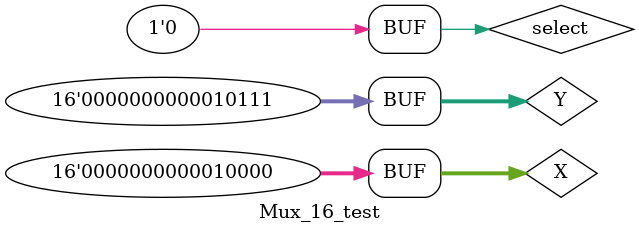
<source format=v>
`timescale 1ns / 1ps


module Mux_16_test;

	// Inputs
	reg select;
	reg [15:0] X;
	reg [15:0] Y;

	// Outputs
	wire [15:0] Z;

	// Instantiate the Unit Under Test (UUT)
	MUX_16bit uut (
		.select(select), 
		.X(X), 
		.Y(Y), 
		.Z(Z)
	);

	initial begin
		// Initialize Inputs
		select = 0;
		X = 0;
		Y = 0;

		// Wait 100 ns for global reset to finish
		#100;
        
		// Add stimulus here
		X = 16;
		Y = 23;
		#10;
		select = 1;
		#10;
		select = 0;
	end
      
endmodule


</source>
